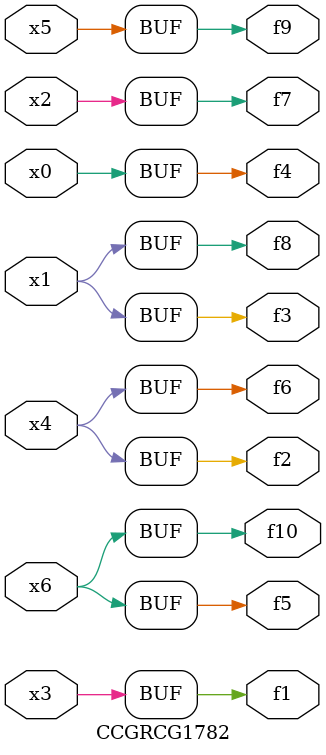
<source format=v>
module CCGRCG1782(
	input x0, x1, x2, x3, x4, x5, x6,
	output f1, f2, f3, f4, f5, f6, f7, f8, f9, f10
);
	assign f1 = x3;
	assign f2 = x4;
	assign f3 = x1;
	assign f4 = x0;
	assign f5 = x6;
	assign f6 = x4;
	assign f7 = x2;
	assign f8 = x1;
	assign f9 = x5;
	assign f10 = x6;
endmodule

</source>
